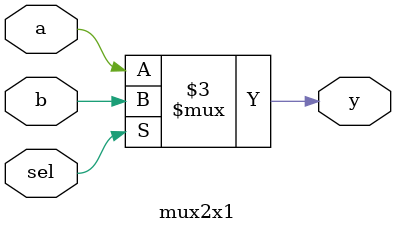
<source format=v>
module mux2x1(a,b,sel,y);
input a,b,sel;
output reg y;
always @(*) begin
if(sel)
 y=b;
else
 y=a;
end
endmodule


</source>
